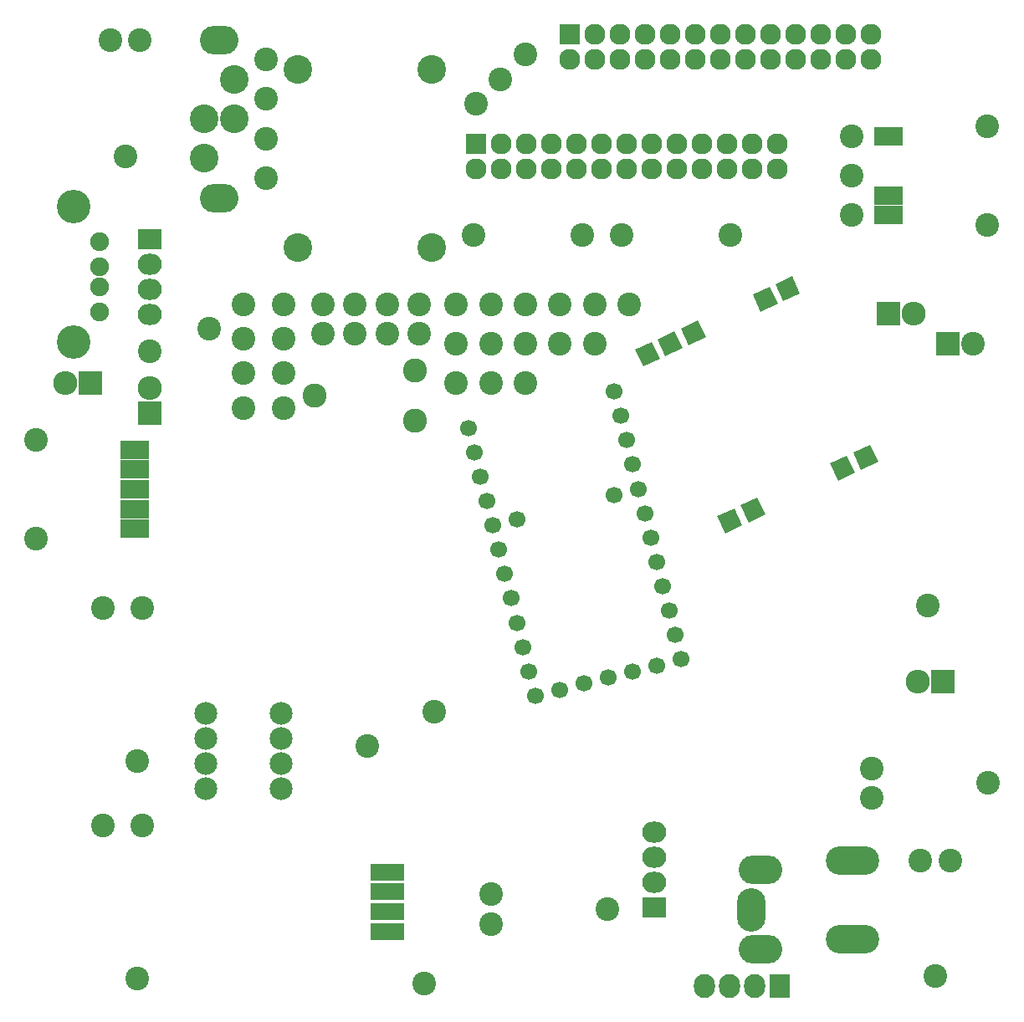
<source format=gbr>
G04 #@! TF.FileFunction,Soldermask,Bot*
%FSLAX46Y46*%
G04 Gerber Fmt 4.6, Leading zero omitted, Abs format (unit mm)*
G04 Created by KiCad (PCBNEW 4.0.2+e4-6225~38~ubuntu14.04.1-stable) date sam. 02 juil. 2016 22:13:44 CEST*
%MOMM*%
G01*
G04 APERTURE LIST*
%ADD10C,0.100000*%
%ADD11C,2.400000*%
%ADD12O,4.400000X2.900000*%
%ADD13O,2.900000X4.400000*%
%ADD14O,5.400000X2.900000*%
%ADD15C,2.432000*%
%ADD16C,2.305000*%
%ADD17R,2.127200X2.432000*%
%ADD18O,2.127200X2.432000*%
%ADD19R,2.432000X2.127200*%
%ADD20O,2.432000X2.127200*%
%ADD21R,2.400000X2.400000*%
%ADD22C,2.398980*%
%ADD23R,3.400000X1.700000*%
%ADD24R,2.432000X2.432000*%
%ADD25O,2.432000X2.432000*%
%ADD26R,2.127200X2.127200*%
%ADD27O,2.127200X2.127200*%
%ADD28C,1.700000*%
%ADD29C,2.900000*%
%ADD30O,3.900000X2.900000*%
%ADD31R,2.900000X1.900000*%
%ADD32C,1.901140*%
%ADD33C,3.399740*%
G04 APERTURE END LIST*
D10*
D11*
X132500000Y-64750000D03*
X137750000Y-75750000D03*
X137750000Y-71750000D03*
X130750000Y-75750000D03*
X134250000Y-75750000D03*
X134250000Y-71750000D03*
X130750000Y-71750000D03*
X141250000Y-71750000D03*
X170750000Y-58750000D03*
X141250000Y-75750000D03*
X172800000Y-121750000D03*
X98750000Y-45050000D03*
X177750000Y-128050000D03*
X127500000Y-140500000D03*
X172800000Y-118750000D03*
X95750000Y-45050000D03*
X180750000Y-128050000D03*
X109250000Y-82250000D03*
X109250000Y-71750000D03*
X109250000Y-78750000D03*
X98500000Y-140000000D03*
X184550000Y-120250000D03*
X109250000Y-75250000D03*
X113250000Y-71750000D03*
X95000000Y-124500000D03*
X95000000Y-102500000D03*
X143500000Y-64750000D03*
X158502758Y-64750000D03*
X147502758Y-64750000D03*
X123750000Y-74750000D03*
X134250000Y-79750000D03*
X137750000Y-79750000D03*
X120500000Y-71750000D03*
X105750000Y-74250000D03*
X148250000Y-71750000D03*
X123750000Y-71750000D03*
X120500000Y-74750000D03*
X98500000Y-118000000D03*
X144750000Y-71750000D03*
X113250000Y-78750000D03*
X178500000Y-102250000D03*
X113250000Y-75250000D03*
X113250000Y-82250000D03*
X179250000Y-139800000D03*
X99000000Y-102500000D03*
X127000000Y-71750000D03*
X127000000Y-74750000D03*
X130750000Y-79750000D03*
X99000000Y-124500000D03*
X134300000Y-131500000D03*
X134300000Y-134500000D03*
X146050000Y-133000000D03*
D12*
X161578150Y-137050000D03*
X161578150Y-129050000D03*
D13*
X160578150Y-133050000D03*
D14*
X170828150Y-128050000D03*
X170828150Y-136050000D03*
D15*
X126580000Y-78460000D03*
X116420000Y-81000000D03*
X126580000Y-83540000D03*
D16*
X105380000Y-113190000D03*
X105380000Y-115730000D03*
X105380000Y-118270000D03*
X105380000Y-120810000D03*
X113000000Y-120810000D03*
X113000000Y-118270000D03*
X113000000Y-115730000D03*
X113000000Y-113190000D03*
D17*
X163468150Y-140750000D03*
D18*
X160928150Y-140750000D03*
X158388150Y-140750000D03*
X155848150Y-140750000D03*
D19*
X150750000Y-132830000D03*
D20*
X150750000Y-130290000D03*
X150750000Y-127750000D03*
X150750000Y-125210000D03*
D10*
G36*
X148855077Y-76359886D02*
X150577062Y-75556911D01*
X151380037Y-77278896D01*
X149658052Y-78081871D01*
X148855077Y-76359886D01*
X148855077Y-76359886D01*
G37*
G36*
X151120846Y-75303340D02*
X152842831Y-74500365D01*
X153645806Y-76222350D01*
X151923821Y-77025325D01*
X151120846Y-75303340D01*
X151120846Y-75303340D01*
G37*
G36*
X153477247Y-74204533D02*
X155199232Y-73401558D01*
X156002207Y-75123543D01*
X154280222Y-75926518D01*
X153477247Y-74204533D01*
X153477247Y-74204533D01*
G37*
G36*
X160773024Y-70802456D02*
X162495009Y-69999481D01*
X163297984Y-71721466D01*
X161575999Y-72524441D01*
X160773024Y-70802456D01*
X160773024Y-70802456D01*
G37*
G36*
X163038794Y-69745910D02*
X164760779Y-68942935D01*
X165563754Y-70664920D01*
X163841769Y-71467895D01*
X163038794Y-69745910D01*
X163038794Y-69745910D01*
G37*
G36*
X170938702Y-86805628D02*
X172660687Y-86002653D01*
X173463662Y-87724638D01*
X171741677Y-88527613D01*
X170938702Y-86805628D01*
X170938702Y-86805628D01*
G37*
G36*
X168582301Y-87904435D02*
X170304286Y-87101460D01*
X171107261Y-88823445D01*
X169385276Y-89626420D01*
X168582301Y-87904435D01*
X168582301Y-87904435D01*
G37*
G36*
X159519224Y-92130618D02*
X161241209Y-91327643D01*
X162044184Y-93049628D01*
X160322199Y-93852603D01*
X159519224Y-92130618D01*
X159519224Y-92130618D01*
G37*
G36*
X157162823Y-93229425D02*
X158884808Y-92426450D01*
X159687783Y-94148435D01*
X157965798Y-94951410D01*
X157162823Y-93229425D01*
X157162823Y-93229425D01*
G37*
D21*
X180500000Y-75750000D03*
D11*
X183040000Y-75750000D03*
D22*
X128509023Y-112981476D03*
X121750000Y-116500000D03*
D23*
X123750000Y-133250000D03*
X123750000Y-131250000D03*
X123750000Y-129250000D03*
X123750000Y-135250000D03*
D24*
X174500000Y-72750000D03*
D25*
X177040000Y-72750000D03*
D26*
X132750000Y-55500000D03*
D27*
X132750000Y-58040000D03*
X135290000Y-55500000D03*
X135290000Y-58040000D03*
X137830000Y-55500000D03*
X137830000Y-58040000D03*
X140370000Y-55500000D03*
X140370000Y-58040000D03*
X142910000Y-55500000D03*
X142910000Y-58040000D03*
X145450000Y-55500000D03*
X145450000Y-58040000D03*
X147990000Y-55500000D03*
X147990000Y-58040000D03*
X150530000Y-55500000D03*
X150530000Y-58040000D03*
X153070000Y-55500000D03*
X153070000Y-58040000D03*
X155610000Y-55500000D03*
X155610000Y-58040000D03*
X158150000Y-55500000D03*
X158150000Y-58040000D03*
X160690000Y-55500000D03*
X160690000Y-58040000D03*
X163230000Y-55500000D03*
X163230000Y-58040000D03*
D24*
X99750000Y-82790000D03*
D25*
X99750000Y-80250000D03*
D24*
X93750000Y-79750000D03*
D25*
X91210000Y-79750000D03*
D24*
X180040000Y-110000000D03*
D25*
X177500000Y-110000000D03*
D28*
X131976698Y-84288414D03*
X132591179Y-86752965D03*
X133205661Y-89217516D03*
X133820143Y-91682067D03*
X134434624Y-94146618D03*
X136899175Y-93532137D03*
X135049106Y-96611169D03*
X135663587Y-99075720D03*
X136278069Y-101540272D03*
X136892551Y-104004823D03*
X137507032Y-106469374D03*
X138121514Y-108933925D03*
X138735995Y-111398476D03*
X141200547Y-110783995D03*
X143665098Y-110169513D03*
X146129649Y-109555031D03*
X148594200Y-108940550D03*
X151058751Y-108326068D03*
X153523302Y-107711586D03*
X152908821Y-105247035D03*
X152294339Y-102782484D03*
X151679857Y-100317933D03*
X146757380Y-91074210D03*
X148607449Y-87995177D03*
X147992968Y-85530626D03*
X149221931Y-90459728D03*
X149836413Y-92924280D03*
X146764005Y-80601524D03*
X147378486Y-83066075D03*
X151065376Y-97853382D03*
X150450894Y-95388831D03*
D11*
X97250000Y-56800000D03*
X111500000Y-55000000D03*
X111500000Y-51000000D03*
X111500000Y-59000000D03*
X111500000Y-47000000D03*
D29*
X128250000Y-66000000D03*
X114750000Y-66000000D03*
X114750000Y-48000000D03*
X128250000Y-48000000D03*
D30*
X106750000Y-61000000D03*
X106750000Y-45000000D03*
D29*
X105250000Y-57000000D03*
X105250000Y-53000000D03*
X108250000Y-49000000D03*
X108250000Y-53000000D03*
D31*
X174500000Y-54750000D03*
X174500000Y-60750000D03*
X174500000Y-62750000D03*
D11*
X184500000Y-63750000D03*
X184500000Y-53750000D03*
D31*
X98250000Y-90500000D03*
X98250000Y-88500000D03*
X98250000Y-86500000D03*
X98250000Y-92500000D03*
X98250000Y-94500000D03*
D11*
X88250000Y-95500000D03*
X88250000Y-85500000D03*
X144750000Y-75750000D03*
D19*
X99750000Y-65210000D03*
D20*
X99750000Y-67750000D03*
X99750000Y-70290000D03*
X99750000Y-72830000D03*
D32*
X94667000Y-72540000D03*
X94667000Y-70000000D03*
X94667000Y-67968000D03*
X94667000Y-65428000D03*
D33*
X92000000Y-75588000D03*
X92000000Y-61872000D03*
D11*
X99750000Y-76500000D03*
D26*
X142250000Y-44460000D03*
D27*
X142250000Y-47000000D03*
X144790000Y-44460000D03*
X144790000Y-47000000D03*
X147330000Y-44460000D03*
X147330000Y-47000000D03*
X149870000Y-44460000D03*
X149870000Y-47000000D03*
X152410000Y-44460000D03*
X152410000Y-47000000D03*
X154950000Y-44460000D03*
X154950000Y-47000000D03*
X157490000Y-44460000D03*
X157490000Y-47000000D03*
X160030000Y-44460000D03*
X160030000Y-47000000D03*
X162570000Y-44460000D03*
X162570000Y-47000000D03*
X165110000Y-44460000D03*
X165110000Y-47000000D03*
X167650000Y-44460000D03*
X167650000Y-47000000D03*
X170190000Y-44460000D03*
X170190000Y-47000000D03*
X172730000Y-44460000D03*
X172730000Y-47000000D03*
D11*
X135250000Y-49000000D03*
X137750000Y-46500000D03*
X132750000Y-51500000D03*
X170750000Y-62750000D03*
X170750000Y-54750000D03*
X117250000Y-71750000D03*
X117250000Y-74750000D03*
M02*

</source>
